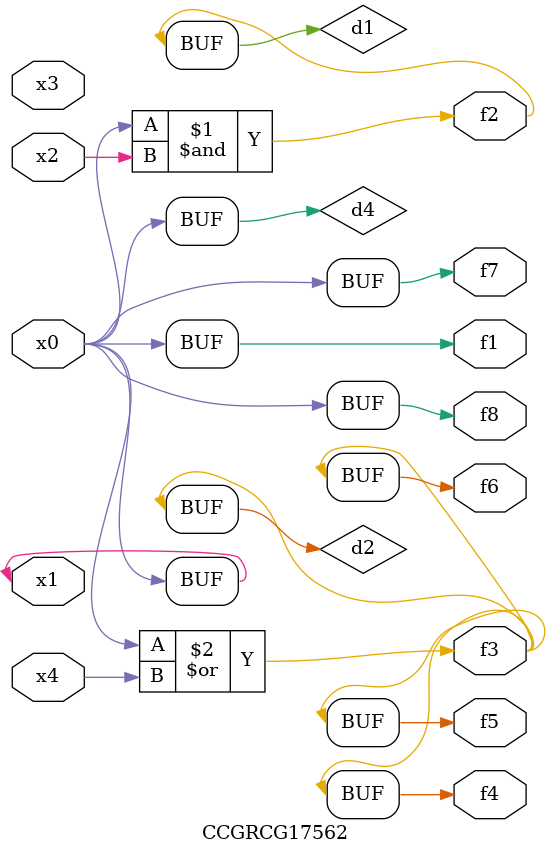
<source format=v>
module CCGRCG17562(
	input x0, x1, x2, x3, x4,
	output f1, f2, f3, f4, f5, f6, f7, f8
);

	wire d1, d2, d3, d4;

	and (d1, x0, x2);
	or (d2, x0, x4);
	nand (d3, x0, x2);
	buf (d4, x0, x1);
	assign f1 = d4;
	assign f2 = d1;
	assign f3 = d2;
	assign f4 = d2;
	assign f5 = d2;
	assign f6 = d2;
	assign f7 = d4;
	assign f8 = d4;
endmodule

</source>
